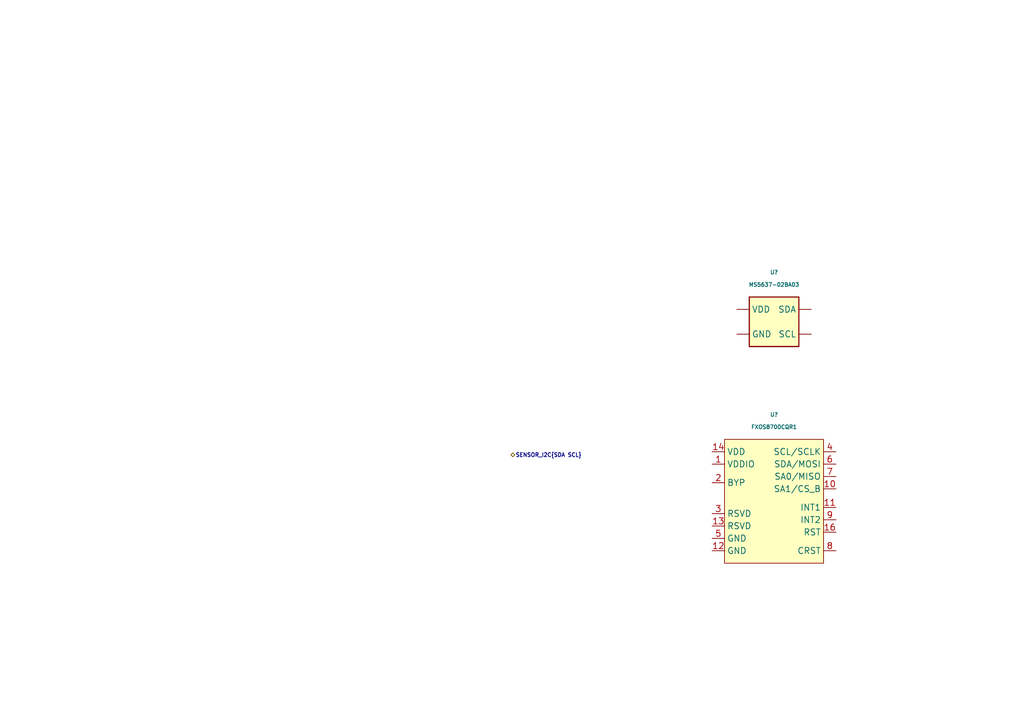
<source format=kicad_sch>
(kicad_sch (version 20211123) (generator eeschema)
  (paper "A5")
  (title_block (rev "A") (company "Erdapfel"))
  (lib_symbols
    (symbol "bt_Sensor_Environmental:MS5637-02BA03"
      (property "Reference" "U" (at 0 8.89 0))
      (property "Value" "MS5637-02BA03" (at 0 6.35 0))
      (symbol "MS5637-02BA03_0_1"
        (rectangle (start -5.08 5.08) (end 5.08 -5.08) (stroke (width 0.254)) (fill (type background)))
      )
      (symbol "MS5637-02BA03_1_1"
        (pin power_in line (at -7.62 -2.54 0) (length 2.54) (name "GND") (number ""))
        (pin input line (at 7.62 -2.54 180) (length 2.54) (name "SCL") (number ""))
        (pin bidirectional line (at 7.62 2.54 180) (length 2.54) (name "SDA") (number ""))
        (pin power_in line (at -7.62 2.54 0) (length 2.54) (name "VDD") (number ""))
      )
    )
    (symbol "bt_Sensor_Motion:FXOS8700CQR1"
      (property "Reference" "U" (at 0 19.05 0))
      (property "Value" "FXOS8700CQR1" (at 0 16.51 0))
      (symbol "FXOS8700CQR1_0_1"
        (rectangle (start -10.16 12.7) (end 10.16 -12.7) (fill (type background)))
      )
      (symbol "FXOS8700CQR1_1_1"
        (pin power_in line (at -12.7 7.62 0) (length 2.54) (name "VDDIO") (number "1"))
        (pin input line (at 12.7 2.54 180) (length 2.54) (name "SA1/CS_B") (number "10"))
        (pin open_collector line (at 12.7 -1.27 180) (length 2.54) (name "INT1") (number "11"))
        (pin power_in line (at -12.7 -10.16 0) (length 2.54) (name "GND") (number "12"))
        (pin passive line (at -12.7 -5.08 0) (length 2.54) (name "RSVD") (number "13"))
        (pin power_in line (at -12.7 10.16 0) (length 2.54) (name "VDD") (number "14"))
        (pin no_connect line (at -10.16 0 0) (length 2.54) hide (name "N/C") (number "15"))
        (pin input line (at 12.7 -6.35 180) (length 2.54) (name "RST") (number "16"))
        (pin power_out line (at -12.7 3.81 0) (length 2.54) (name "BYP") (number "2"))
        (pin passive line (at -12.7 -2.54 0) (length 2.54) (name "RSVD") (number "3"))
        (pin input line (at 12.7 10.16 180) (length 2.54) (name "SCL/SCLK") (number "4"))
        (pin power_in line (at -12.7 -7.62 0) (length 2.54) (name "GND") (number "5"))
        (pin bidirectional line (at 12.7 7.62 180) (length 2.54) (name "SDA/MOSI") (number "6"))
        (pin bidirectional line (at 12.7 5.08 180) (length 2.54) (name "SA0/MISO") (number "7"))
        (pin passive line (at 12.7 -10.16 180) (length 2.54) (name "CRST") (number "8"))
        (pin open_collector line (at 12.7 -3.81 180) (length 2.54) (name "INT2") (number "9"))
      )
    )
  )
  (hierarchical_label "SENSOR_I2C{SDA SCL}" (shape bidirectional) (at 104.775 93.345 0) (effects (font (size 0.8 0.8))))
  (symbol (lib_id "bt_Sensor_Environmental:MS5637-02BA03") (at 158.75 66.04 0) (unit 1)
    (property "Reference" "U?" (at 158.75 55.88 0) (effects (font (size 0.8 0.8))))
    (property "Value" "MS5637-02BA03" (at 158.75 58.42 0) (effects (font (size 0.8 0.8))))
  )
  (symbol (lib_id "bt_Sensor_Motion:FXOS8700CQR1") (at 158.75 102.87 0) (unit 1)
    (property "Reference" "U?" (at 158.75 85.09 0) (effects (font (size 0.8 0.8))))
    (property "Value" "FXOS8700CQR1" (at 158.75 87.63 0) (effects (font (size 0.8 0.8))))
    (property "Footprint" "Package_LGA:LGA-16_3x3mm_P0.5mm_LayoutBorder3x5y" (effects hide))
  )
)
</source>
